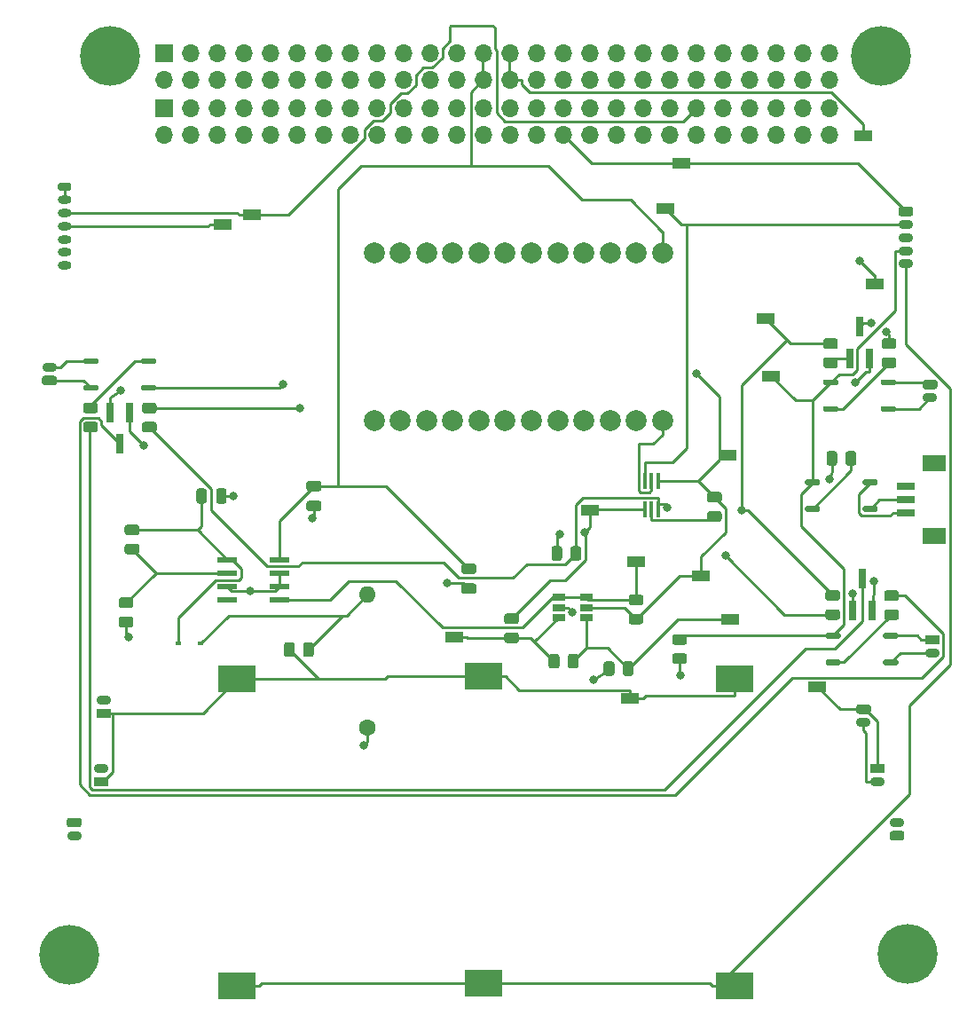
<source format=gbr>
%TF.GenerationSoftware,KiCad,Pcbnew,(5.1.12)-1*%
%TF.CreationDate,2022-07-05T07:26:00-06:00*%
%TF.ProjectId,RADSAT-SK Timer 2,52414453-4154-42d5-934b-2054696d6572,rev?*%
%TF.SameCoordinates,PX7735940PY2faf080*%
%TF.FileFunction,Copper,L1,Top*%
%TF.FilePolarity,Positive*%
%FSLAX46Y46*%
G04 Gerber Fmt 4.6, Leading zero omitted, Abs format (unit mm)*
G04 Created by KiCad (PCBNEW (5.1.12)-1) date 2022-07-05 07:26:00*
%MOMM*%
%LPD*%
G01*
G04 APERTURE LIST*
%TA.AperFunction,ComponentPad*%
%ADD10O,1.600000X1.600000*%
%TD*%
%TA.AperFunction,ComponentPad*%
%ADD11C,1.600000*%
%TD*%
%TA.AperFunction,ComponentPad*%
%ADD12C,2.000000*%
%TD*%
%TA.AperFunction,SMDPad,CuDef*%
%ADD13R,1.800000X1.000000*%
%TD*%
%TA.AperFunction,ComponentPad*%
%ADD14O,1.400000X0.900000*%
%TD*%
%TA.AperFunction,SMDPad,CuDef*%
%ADD15R,1.220000X0.650000*%
%TD*%
%TA.AperFunction,SMDPad,CuDef*%
%ADD16R,1.981200X0.533400*%
%TD*%
%TA.AperFunction,SMDPad,CuDef*%
%ADD17R,0.600000X0.450000*%
%TD*%
%TA.AperFunction,SMDPad,CuDef*%
%ADD18R,3.600000X2.600000*%
%TD*%
%TA.AperFunction,ComponentPad*%
%ADD19O,1.700000X1.700000*%
%TD*%
%TA.AperFunction,ComponentPad*%
%ADD20R,1.700000X1.700000*%
%TD*%
%TA.AperFunction,SMDPad,CuDef*%
%ADD21R,0.800000X1.900000*%
%TD*%
%TA.AperFunction,ConnectorPad*%
%ADD22C,5.700000*%
%TD*%
%TA.AperFunction,ComponentPad*%
%ADD23C,3.600000*%
%TD*%
%TA.AperFunction,SMDPad,CuDef*%
%ADD24R,0.400000X1.500000*%
%TD*%
%TA.AperFunction,ComponentPad*%
%ADD25O,1.300000X0.800000*%
%TD*%
%TA.AperFunction,ComponentPad*%
%ADD26R,1.400000X0.900000*%
%TD*%
%TA.AperFunction,SMDPad,CuDef*%
%ADD27R,1.800000X0.700000*%
%TD*%
%TA.AperFunction,SMDPad,CuDef*%
%ADD28R,2.200000X1.600000*%
%TD*%
%TA.AperFunction,ViaPad*%
%ADD29C,0.800000*%
%TD*%
%TA.AperFunction,Conductor*%
%ADD30C,0.250000*%
%TD*%
G04 APERTURE END LIST*
D10*
%TO.P,R111,2*%
%TO.N,Net-(D102-Pad1)*%
X-56680000Y-56490000D03*
D11*
%TO.P,R111,1*%
%TO.N,GND*%
X-56680000Y-69190000D03*
%TD*%
D12*
%TO.P,U102,18*%
%TO.N,N/C*%
X-41040000Y-39850000D03*
%TO.P,U102,17*%
X-38540000Y-39850000D03*
%TO.P,U102,16*%
X-36040000Y-39850000D03*
%TO.P,U102,24*%
%TO.N,GND*%
X-56040000Y-39850000D03*
%TO.P,U102,15*%
%TO.N,N/C*%
X-33540000Y-39850000D03*
%TO.P,U102,14*%
X-31040000Y-39850000D03*
%TO.P,U102,23*%
X-53540000Y-39850000D03*
%TO.P,U102,20*%
X-46040000Y-39850000D03*
%TO.P,U102,22*%
X-51040000Y-39850000D03*
%TO.P,U102,21*%
X-48540000Y-39850000D03*
%TO.P,U102,19*%
X-43540000Y-39850000D03*
%TO.P,U102,13*%
%TO.N,Inhib_EN*%
X-28540000Y-39850000D03*
%TO.P,U102,12*%
%TO.N,+5V*%
X-28540000Y-23850000D03*
%TO.P,U102,11*%
%TO.N,N/C*%
X-31040000Y-23850000D03*
%TO.P,U102,10*%
X-33540000Y-23850000D03*
%TO.P,U102,9*%
X-36040000Y-23850000D03*
%TO.P,U102,8*%
X-38540000Y-23850000D03*
%TO.P,U102,7*%
X-41040000Y-23850000D03*
%TO.P,U102,6*%
X-43540000Y-23850000D03*
%TO.P,U102,5*%
X-46040000Y-23850000D03*
%TO.P,U102,4*%
X-48540000Y-23850000D03*
%TO.P,U102,3*%
X-51040000Y-23850000D03*
%TO.P,U102,2*%
X-53540000Y-23850000D03*
%TO.P,U102,1*%
%TO.N,B*%
X-56040000Y-23850000D03*
%TD*%
D13*
%TO.P,TP116,1*%
%TO.N,/Inhib_in*%
X-18710000Y-30140000D03*
%TD*%
%TO.P,TP115,1*%
%TO.N,CHRG_ON-OFF*%
X-31050000Y-53330000D03*
%TD*%
%TO.P,TP114,1*%
%TO.N,Net-(R105-Pad1)*%
X-22050000Y-58790000D03*
%TD*%
%TO.P,TP113,1*%
%TO.N,A*%
X-31610000Y-66400000D03*
%TD*%
%TO.P,TP112,1*%
%TO.N,Net-(R102-Pad1)*%
X-48410000Y-60540000D03*
%TD*%
%TO.P,TP111,1*%
%TO.N,+5V*%
X-22290000Y-43180000D03*
%TD*%
%TO.P,TP110,1*%
%TO.N,I2C_CLK*%
X-70500000Y-21120000D03*
%TD*%
%TO.P,TP109,1*%
%TO.N,InhibV+*%
X-18140000Y-35590000D03*
%TD*%
%TO.P,TP108,1*%
%TO.N,I2C_DATA*%
X-67720000Y-20190000D03*
%TD*%
%TO.P,TP107,1*%
%TO.N,GND*%
X-8300000Y-26800000D03*
%TD*%
%TO.P,TP106,1*%
%TO.N,Net-(D204-Pad6)*%
X-28230000Y-19660000D03*
%TD*%
%TO.P,TP105,1*%
%TO.N,+3V3*%
X-9350000Y-12670000D03*
%TD*%
%TO.P,TP104,1*%
%TO.N,USB_Charge*%
X-26770000Y-15310000D03*
%TD*%
%TO.P,TP103,1*%
%TO.N,Net-(SW201-Pad1)*%
X-13770000Y-65230000D03*
%TD*%
%TO.P,TP102,1*%
%TO.N,+5V*%
X-24870000Y-54640000D03*
%TD*%
%TO.P,TP101,1*%
%TO.N,B*%
X-35490000Y-48450000D03*
%TD*%
D14*
%TO.P,J202,5*%
%TO.N,Net-(BT201-Pad2)*%
X-5310000Y-24920000D03*
%TO.P,J202,4*%
%TO.N,InhibV+*%
X-5310000Y-23670000D03*
%TO.P,J202,3*%
%TO.N,Net-(J202-Pad3)*%
X-5310000Y-22420000D03*
%TO.P,J202,2*%
%TO.N,Net-(D204-Pad6)*%
X-5310000Y-21170000D03*
%TO.P,J202,1*%
%TO.N,USB_Charge*%
%TA.AperFunction,ComponentPad*%
G36*
G01*
X-5785000Y-19470000D02*
X-4835000Y-19470000D01*
G75*
G02*
X-4610000Y-19695000I0J-225000D01*
G01*
X-4610000Y-20145000D01*
G75*
G02*
X-4835000Y-20370000I-225000J0D01*
G01*
X-5785000Y-20370000D01*
G75*
G02*
X-6010000Y-20145000I0J225000D01*
G01*
X-6010000Y-19695000D01*
G75*
G02*
X-5785000Y-19470000I225000J0D01*
G01*
G37*
%TD.AperFunction*%
%TD*%
D15*
%TO.P,U202,6*%
%TO.N,CHRG_ON-OFF*%
X-35810000Y-56740000D03*
%TO.P,U202,5*%
%TO.N,+5V*%
X-35810000Y-57690000D03*
%TO.P,U202,4*%
%TO.N,Net-(R105-Pad1)*%
X-35810000Y-58640000D03*
%TO.P,U202,3*%
%TO.N,Net-(R102-Pad1)*%
X-38430000Y-58640000D03*
%TO.P,U202,2*%
%TO.N,GND*%
X-38430000Y-57690000D03*
%TO.P,U202,1*%
%TO.N,CHRG_ON-OFF*%
X-38430000Y-56740000D03*
%TD*%
D16*
%TO.P,U101,8*%
%TO.N,+5V*%
X-65126200Y-53175000D03*
%TO.P,U101,7*%
%TO.N,GND*%
X-65126200Y-54445000D03*
%TO.P,U101,6*%
X-65126200Y-55715000D03*
%TO.P,U101,5*%
%TO.N,CHRG_ON-OFF*%
X-65126200Y-56985000D03*
%TO.P,U101,4*%
%TO.N,N/C*%
X-70053800Y-56985000D03*
%TO.P,U101,3*%
%TO.N,GND*%
X-70053800Y-55715000D03*
%TO.P,U101,2*%
%TO.N,Net-(R103-Pad2)*%
X-70053800Y-54445000D03*
%TO.P,U101,1*%
%TO.N,Net-(C103-Pad1)*%
X-70053800Y-53175000D03*
%TD*%
%TO.P,R110,2*%
%TO.N,+5V*%
%TA.AperFunction,SMDPad,CuDef*%
G36*
G01*
X-23119998Y-47690000D02*
X-24020002Y-47690000D01*
G75*
G02*
X-24270000Y-47440002I0J249998D01*
G01*
X-24270000Y-46914998D01*
G75*
G02*
X-24020002Y-46665000I249998J0D01*
G01*
X-23119998Y-46665000D01*
G75*
G02*
X-22870000Y-46914998I0J-249998D01*
G01*
X-22870000Y-47440002D01*
G75*
G02*
X-23119998Y-47690000I-249998J0D01*
G01*
G37*
%TD.AperFunction*%
%TO.P,R110,1*%
%TO.N,Net-(D204-Pad2)*%
%TA.AperFunction,SMDPad,CuDef*%
G36*
G01*
X-23119998Y-49515000D02*
X-24020002Y-49515000D01*
G75*
G02*
X-24270000Y-49265002I0J249998D01*
G01*
X-24270000Y-48739998D01*
G75*
G02*
X-24020002Y-48490000I249998J0D01*
G01*
X-23119998Y-48490000D01*
G75*
G02*
X-22870000Y-48739998I0J-249998D01*
G01*
X-22870000Y-49265002D01*
G75*
G02*
X-23119998Y-49515000I-249998J0D01*
G01*
G37*
%TD.AperFunction*%
%TD*%
%TO.P,R109,2*%
%TO.N,GND*%
%TA.AperFunction,SMDPad,CuDef*%
G36*
G01*
X-27350002Y-62058000D02*
X-26449998Y-62058000D01*
G75*
G02*
X-26200000Y-62307998I0J-249998D01*
G01*
X-26200000Y-62833002D01*
G75*
G02*
X-26449998Y-63083000I-249998J0D01*
G01*
X-27350002Y-63083000D01*
G75*
G02*
X-27600000Y-62833002I0J249998D01*
G01*
X-27600000Y-62307998D01*
G75*
G02*
X-27350002Y-62058000I249998J0D01*
G01*
G37*
%TD.AperFunction*%
%TO.P,R109,1*%
%TO.N,InhibV+*%
%TA.AperFunction,SMDPad,CuDef*%
G36*
G01*
X-27350002Y-60233000D02*
X-26449998Y-60233000D01*
G75*
G02*
X-26200000Y-60482998I0J-249998D01*
G01*
X-26200000Y-61008002D01*
G75*
G02*
X-26449998Y-61258000I-249998J0D01*
G01*
X-27350002Y-61258000D01*
G75*
G02*
X-27600000Y-61008002I0J249998D01*
G01*
X-27600000Y-60482998D01*
G75*
G02*
X-27350002Y-60233000I249998J0D01*
G01*
G37*
%TD.AperFunction*%
%TD*%
%TO.P,R108,2*%
%TO.N,Net-(R105-Pad1)*%
%TA.AperFunction,SMDPad,CuDef*%
G36*
G01*
X-32322500Y-63980002D02*
X-32322500Y-63079998D01*
G75*
G02*
X-32072502Y-62830000I249998J0D01*
G01*
X-31547498Y-62830000D01*
G75*
G02*
X-31297500Y-63079998I0J-249998D01*
G01*
X-31297500Y-63980002D01*
G75*
G02*
X-31547498Y-64230000I-249998J0D01*
G01*
X-32072502Y-64230000D01*
G75*
G02*
X-32322500Y-63980002I0J249998D01*
G01*
G37*
%TD.AperFunction*%
%TO.P,R108,1*%
%TO.N,GND*%
%TA.AperFunction,SMDPad,CuDef*%
G36*
G01*
X-34147500Y-63980002D02*
X-34147500Y-63079998D01*
G75*
G02*
X-33897502Y-62830000I249998J0D01*
G01*
X-33372498Y-62830000D01*
G75*
G02*
X-33122500Y-63079998I0J-249998D01*
G01*
X-33122500Y-63980002D01*
G75*
G02*
X-33372498Y-64230000I-249998J0D01*
G01*
X-33897502Y-64230000D01*
G75*
G02*
X-34147500Y-63980002I0J249998D01*
G01*
G37*
%TD.AperFunction*%
%TD*%
%TO.P,R107,2*%
%TO.N,Net-(D102-Pad1)*%
%TA.AperFunction,SMDPad,CuDef*%
G36*
G01*
X-62840000Y-62170002D02*
X-62840000Y-61269998D01*
G75*
G02*
X-62590002Y-61020000I249998J0D01*
G01*
X-62064998Y-61020000D01*
G75*
G02*
X-61815000Y-61269998I0J-249998D01*
G01*
X-61815000Y-62170002D01*
G75*
G02*
X-62064998Y-62420000I-249998J0D01*
G01*
X-62590002Y-62420000D01*
G75*
G02*
X-62840000Y-62170002I0J249998D01*
G01*
G37*
%TD.AperFunction*%
%TO.P,R107,1*%
%TO.N,A*%
%TA.AperFunction,SMDPad,CuDef*%
G36*
G01*
X-64665000Y-62170002D02*
X-64665000Y-61269998D01*
G75*
G02*
X-64415002Y-61020000I249998J0D01*
G01*
X-63889998Y-61020000D01*
G75*
G02*
X-63640000Y-61269998I0J-249998D01*
G01*
X-63640000Y-62170002D01*
G75*
G02*
X-63889998Y-62420000I-249998J0D01*
G01*
X-64415002Y-62420000D01*
G75*
G02*
X-64665000Y-62170002I0J249998D01*
G01*
G37*
%TD.AperFunction*%
%TD*%
%TO.P,R106,2*%
%TO.N,GND*%
%TA.AperFunction,SMDPad,CuDef*%
G36*
G01*
X-38110000Y-52089998D02*
X-38110000Y-52990002D01*
G75*
G02*
X-38359998Y-53240000I-249998J0D01*
G01*
X-38885002Y-53240000D01*
G75*
G02*
X-39135000Y-52990002I0J249998D01*
G01*
X-39135000Y-52089998D01*
G75*
G02*
X-38885002Y-51840000I249998J0D01*
G01*
X-38359998Y-51840000D01*
G75*
G02*
X-38110000Y-52089998I0J-249998D01*
G01*
G37*
%TD.AperFunction*%
%TO.P,R106,1*%
%TO.N,/Inhib_in*%
%TA.AperFunction,SMDPad,CuDef*%
G36*
G01*
X-36285000Y-52089998D02*
X-36285000Y-52990002D01*
G75*
G02*
X-36534998Y-53240000I-249998J0D01*
G01*
X-37060002Y-53240000D01*
G75*
G02*
X-37310000Y-52990002I0J249998D01*
G01*
X-37310000Y-52089998D01*
G75*
G02*
X-37060002Y-51840000I249998J0D01*
G01*
X-36534998Y-51840000D01*
G75*
G02*
X-36285000Y-52089998I0J-249998D01*
G01*
G37*
%TD.AperFunction*%
%TD*%
%TO.P,R105,2*%
%TO.N,Net-(R102-Pad1)*%
%TA.AperFunction,SMDPad,CuDef*%
G36*
G01*
X-38370000Y-62369998D02*
X-38370000Y-63270002D01*
G75*
G02*
X-38619998Y-63520000I-249998J0D01*
G01*
X-39145002Y-63520000D01*
G75*
G02*
X-39395000Y-63270002I0J249998D01*
G01*
X-39395000Y-62369998D01*
G75*
G02*
X-39145002Y-62120000I249998J0D01*
G01*
X-38619998Y-62120000D01*
G75*
G02*
X-38370000Y-62369998I0J-249998D01*
G01*
G37*
%TD.AperFunction*%
%TO.P,R105,1*%
%TO.N,Net-(R105-Pad1)*%
%TA.AperFunction,SMDPad,CuDef*%
G36*
G01*
X-36545000Y-62369998D02*
X-36545000Y-63270002D01*
G75*
G02*
X-36794998Y-63520000I-249998J0D01*
G01*
X-37320002Y-63520000D01*
G75*
G02*
X-37570000Y-63270002I0J249998D01*
G01*
X-37570000Y-62369998D01*
G75*
G02*
X-37320002Y-62120000I249998J0D01*
G01*
X-36794998Y-62120000D01*
G75*
G02*
X-36545000Y-62369998I0J-249998D01*
G01*
G37*
%TD.AperFunction*%
%TD*%
%TO.P,R104,2*%
%TO.N,GND*%
%TA.AperFunction,SMDPad,CuDef*%
G36*
G01*
X-80180002Y-58570000D02*
X-79279998Y-58570000D01*
G75*
G02*
X-79030000Y-58819998I0J-249998D01*
G01*
X-79030000Y-59345002D01*
G75*
G02*
X-79279998Y-59595000I-249998J0D01*
G01*
X-80180002Y-59595000D01*
G75*
G02*
X-80430000Y-59345002I0J249998D01*
G01*
X-80430000Y-58819998D01*
G75*
G02*
X-80180002Y-58570000I249998J0D01*
G01*
G37*
%TD.AperFunction*%
%TO.P,R104,1*%
%TO.N,Net-(R103-Pad2)*%
%TA.AperFunction,SMDPad,CuDef*%
G36*
G01*
X-80180002Y-56745000D02*
X-79279998Y-56745000D01*
G75*
G02*
X-79030000Y-56994998I0J-249998D01*
G01*
X-79030000Y-57520002D01*
G75*
G02*
X-79279998Y-57770000I-249998J0D01*
G01*
X-80180002Y-57770000D01*
G75*
G02*
X-80430000Y-57520002I0J249998D01*
G01*
X-80430000Y-56994998D01*
G75*
G02*
X-80180002Y-56745000I249998J0D01*
G01*
G37*
%TD.AperFunction*%
%TD*%
%TO.P,R103,2*%
%TO.N,Net-(R103-Pad2)*%
%TA.AperFunction,SMDPad,CuDef*%
G36*
G01*
X-79610002Y-51610000D02*
X-78709998Y-51610000D01*
G75*
G02*
X-78460000Y-51859998I0J-249998D01*
G01*
X-78460000Y-52385002D01*
G75*
G02*
X-78709998Y-52635000I-249998J0D01*
G01*
X-79610002Y-52635000D01*
G75*
G02*
X-79860000Y-52385002I0J249998D01*
G01*
X-79860000Y-51859998D01*
G75*
G02*
X-79610002Y-51610000I249998J0D01*
G01*
G37*
%TD.AperFunction*%
%TO.P,R103,1*%
%TO.N,Net-(C103-Pad1)*%
%TA.AperFunction,SMDPad,CuDef*%
G36*
G01*
X-79610002Y-49785000D02*
X-78709998Y-49785000D01*
G75*
G02*
X-78460000Y-50034998I0J-249998D01*
G01*
X-78460000Y-50560002D01*
G75*
G02*
X-78709998Y-50810000I-249998J0D01*
G01*
X-79610002Y-50810000D01*
G75*
G02*
X-79860000Y-50560002I0J249998D01*
G01*
X-79860000Y-50034998D01*
G75*
G02*
X-79610002Y-49785000I249998J0D01*
G01*
G37*
%TD.AperFunction*%
%TD*%
%TO.P,R102,2*%
%TO.N,B*%
%TA.AperFunction,SMDPad,CuDef*%
G36*
G01*
X-42479998Y-59278000D02*
X-43380002Y-59278000D01*
G75*
G02*
X-43630000Y-59028002I0J249998D01*
G01*
X-43630000Y-58502998D01*
G75*
G02*
X-43380002Y-58253000I249998J0D01*
G01*
X-42479998Y-58253000D01*
G75*
G02*
X-42230000Y-58502998I0J-249998D01*
G01*
X-42230000Y-59028002D01*
G75*
G02*
X-42479998Y-59278000I-249998J0D01*
G01*
G37*
%TD.AperFunction*%
%TO.P,R102,1*%
%TO.N,Net-(R102-Pad1)*%
%TA.AperFunction,SMDPad,CuDef*%
G36*
G01*
X-42479998Y-61103000D02*
X-43380002Y-61103000D01*
G75*
G02*
X-43630000Y-60853002I0J249998D01*
G01*
X-43630000Y-60327998D01*
G75*
G02*
X-43380002Y-60078000I249998J0D01*
G01*
X-42479998Y-60078000D01*
G75*
G02*
X-42230000Y-60327998I0J-249998D01*
G01*
X-42230000Y-60853002D01*
G75*
G02*
X-42479998Y-61103000I-249998J0D01*
G01*
G37*
%TD.AperFunction*%
%TD*%
%TO.P,R101,2*%
%TO.N,CHRG_ON-OFF*%
%TA.AperFunction,SMDPad,CuDef*%
G36*
G01*
X-30609998Y-57480000D02*
X-31510002Y-57480000D01*
G75*
G02*
X-31760000Y-57230002I0J249998D01*
G01*
X-31760000Y-56704998D01*
G75*
G02*
X-31510002Y-56455000I249998J0D01*
G01*
X-30609998Y-56455000D01*
G75*
G02*
X-30360000Y-56704998I0J-249998D01*
G01*
X-30360000Y-57230002D01*
G75*
G02*
X-30609998Y-57480000I-249998J0D01*
G01*
G37*
%TD.AperFunction*%
%TO.P,R101,1*%
%TO.N,+5V*%
%TA.AperFunction,SMDPad,CuDef*%
G36*
G01*
X-30609998Y-59305000D02*
X-31510002Y-59305000D01*
G75*
G02*
X-31760000Y-59055002I0J249998D01*
G01*
X-31760000Y-58529998D01*
G75*
G02*
X-31510002Y-58280000I249998J0D01*
G01*
X-30609998Y-58280000D01*
G75*
G02*
X-30360000Y-58529998I0J-249998D01*
G01*
X-30360000Y-59055002D01*
G75*
G02*
X-30609998Y-59305000I-249998J0D01*
G01*
G37*
%TD.AperFunction*%
%TD*%
D17*
%TO.P,D102,2*%
%TO.N,Net-(C103-Pad1)*%
X-74700000Y-61150000D03*
%TO.P,D102,1*%
%TO.N,Net-(D102-Pad1)*%
X-72600000Y-61150000D03*
%TD*%
%TO.P,C103,2*%
%TO.N,GND*%
%TA.AperFunction,SMDPad,CuDef*%
G36*
G01*
X-71130000Y-47535000D02*
X-71130000Y-46585000D01*
G75*
G02*
X-70880000Y-46335000I250000J0D01*
G01*
X-70380000Y-46335000D01*
G75*
G02*
X-70130000Y-46585000I0J-250000D01*
G01*
X-70130000Y-47535000D01*
G75*
G02*
X-70380000Y-47785000I-250000J0D01*
G01*
X-70880000Y-47785000D01*
G75*
G02*
X-71130000Y-47535000I0J250000D01*
G01*
G37*
%TD.AperFunction*%
%TO.P,C103,1*%
%TO.N,Net-(C103-Pad1)*%
%TA.AperFunction,SMDPad,CuDef*%
G36*
G01*
X-73030000Y-47535000D02*
X-73030000Y-46585000D01*
G75*
G02*
X-72780000Y-46335000I250000J0D01*
G01*
X-72280000Y-46335000D01*
G75*
G02*
X-72030000Y-46585000I0J-250000D01*
G01*
X-72030000Y-47535000D01*
G75*
G02*
X-72280000Y-47785000I-250000J0D01*
G01*
X-72780000Y-47785000D01*
G75*
G02*
X-73030000Y-47535000I0J250000D01*
G01*
G37*
%TD.AperFunction*%
%TD*%
%TO.P,C102,2*%
%TO.N,GND*%
%TA.AperFunction,SMDPad,CuDef*%
G36*
G01*
X-62265000Y-47510000D02*
X-61315000Y-47510000D01*
G75*
G02*
X-61065000Y-47760000I0J-250000D01*
G01*
X-61065000Y-48260000D01*
G75*
G02*
X-61315000Y-48510000I-250000J0D01*
G01*
X-62265000Y-48510000D01*
G75*
G02*
X-62515000Y-48260000I0J250000D01*
G01*
X-62515000Y-47760000D01*
G75*
G02*
X-62265000Y-47510000I250000J0D01*
G01*
G37*
%TD.AperFunction*%
%TO.P,C102,1*%
%TO.N,+5V*%
%TA.AperFunction,SMDPad,CuDef*%
G36*
G01*
X-62265000Y-45610000D02*
X-61315000Y-45610000D01*
G75*
G02*
X-61065000Y-45860000I0J-250000D01*
G01*
X-61065000Y-46360000D01*
G75*
G02*
X-61315000Y-46610000I-250000J0D01*
G01*
X-62265000Y-46610000D01*
G75*
G02*
X-62515000Y-46360000I0J250000D01*
G01*
X-62515000Y-45860000D01*
G75*
G02*
X-62265000Y-45610000I250000J0D01*
G01*
G37*
%TD.AperFunction*%
%TD*%
%TO.P,C101,2*%
%TO.N,GND*%
%TA.AperFunction,SMDPad,CuDef*%
G36*
G01*
X-47485000Y-55400000D02*
X-46535000Y-55400000D01*
G75*
G02*
X-46285000Y-55650000I0J-250000D01*
G01*
X-46285000Y-56150000D01*
G75*
G02*
X-46535000Y-56400000I-250000J0D01*
G01*
X-47485000Y-56400000D01*
G75*
G02*
X-47735000Y-56150000I0J250000D01*
G01*
X-47735000Y-55650000D01*
G75*
G02*
X-47485000Y-55400000I250000J0D01*
G01*
G37*
%TD.AperFunction*%
%TO.P,C101,1*%
%TO.N,+5V*%
%TA.AperFunction,SMDPad,CuDef*%
G36*
G01*
X-47485000Y-53500000D02*
X-46535000Y-53500000D01*
G75*
G02*
X-46285000Y-53750000I0J-250000D01*
G01*
X-46285000Y-54250000D01*
G75*
G02*
X-46535000Y-54500000I-250000J0D01*
G01*
X-47485000Y-54500000D01*
G75*
G02*
X-47735000Y-54250000I0J250000D01*
G01*
X-47735000Y-53750000D01*
G75*
G02*
X-47485000Y-53500000I250000J0D01*
G01*
G37*
%TD.AperFunction*%
%TD*%
D18*
%TO.P,BT203,1*%
%TO.N,A*%
X-21630000Y-64510000D03*
%TO.P,BT203,2*%
%TO.N,Net-(BT201-Pad2)*%
X-21630000Y-93810000D03*
%TD*%
D19*
%TO.P,J207,52*%
%TO.N,N/C*%
X-12620000Y-7350000D03*
%TO.P,J207,51*%
X-12620000Y-4810000D03*
%TO.P,J207,50*%
X-15160000Y-7350000D03*
%TO.P,J207,49*%
X-15160000Y-4810000D03*
%TO.P,J207,48*%
X-17700000Y-7350000D03*
%TO.P,J207,47*%
X-17700000Y-4810000D03*
%TO.P,J207,46*%
X-20240000Y-7350000D03*
%TO.P,J207,45*%
X-20240000Y-4810000D03*
%TO.P,J207,44*%
X-22780000Y-7350000D03*
%TO.P,J207,43*%
X-22780000Y-4810000D03*
%TO.P,J207,42*%
X-25320000Y-7350000D03*
%TO.P,J207,41*%
X-25320000Y-4810000D03*
%TO.P,J207,40*%
X-27860000Y-7350000D03*
%TO.P,J207,39*%
X-27860000Y-4810000D03*
%TO.P,J207,38*%
X-30400000Y-7350000D03*
%TO.P,J207,37*%
X-30400000Y-4810000D03*
%TO.P,J207,36*%
X-32940000Y-7350000D03*
%TO.P,J207,35*%
X-32940000Y-4810000D03*
%TO.P,J207,34*%
X-35480000Y-7350000D03*
%TO.P,J207,33*%
X-35480000Y-4810000D03*
%TO.P,J207,32*%
%TO.N,GND*%
X-38020000Y-7350000D03*
%TO.P,J207,31*%
%TO.N,N/C*%
X-38020000Y-4810000D03*
%TO.P,J207,30*%
%TO.N,GND*%
X-40560000Y-7350000D03*
%TO.P,J207,29*%
X-40560000Y-4810000D03*
%TO.P,J207,28*%
%TO.N,+3V3*%
X-43100000Y-7350000D03*
%TO.P,J207,27*%
X-43100000Y-4810000D03*
%TO.P,J207,26*%
%TO.N,+5V*%
X-45640000Y-7350000D03*
%TO.P,J207,25*%
X-45640000Y-4810000D03*
%TO.P,J207,24*%
%TO.N,N/C*%
X-48180000Y-7350000D03*
%TO.P,J207,23*%
X-48180000Y-4810000D03*
%TO.P,J207,22*%
X-50720000Y-7350000D03*
%TO.P,J207,21*%
X-50720000Y-4810000D03*
%TO.P,J207,20*%
X-53260000Y-7350000D03*
%TO.P,J207,19*%
X-53260000Y-4810000D03*
%TO.P,J207,18*%
X-55800000Y-7350000D03*
%TO.P,J207,17*%
X-55800000Y-4810000D03*
%TO.P,J207,16*%
X-58340000Y-7350000D03*
%TO.P,J207,15*%
X-58340000Y-4810000D03*
%TO.P,J207,14*%
X-60880000Y-7350000D03*
%TO.P,J207,13*%
X-60880000Y-4810000D03*
%TO.P,J207,12*%
X-63420000Y-7350000D03*
%TO.P,J207,11*%
X-63420000Y-4810000D03*
%TO.P,J207,10*%
X-65960000Y-7350000D03*
%TO.P,J207,9*%
X-65960000Y-4810000D03*
%TO.P,J207,8*%
X-68500000Y-7350000D03*
%TO.P,J207,7*%
X-68500000Y-4810000D03*
%TO.P,J207,6*%
X-71040000Y-7350000D03*
%TO.P,J207,5*%
X-71040000Y-4810000D03*
%TO.P,J207,4*%
X-73580000Y-7350000D03*
%TO.P,J207,3*%
X-73580000Y-4810000D03*
%TO.P,J207,2*%
X-76120000Y-7350000D03*
D20*
%TO.P,J207,1*%
X-76120000Y-4810000D03*
%TD*%
%TO.P,R215,2*%
%TO.N,Net-(Q204-Pad1)*%
%TA.AperFunction,SMDPad,CuDef*%
G36*
G01*
X-77060798Y-39182100D02*
X-77960802Y-39182100D01*
G75*
G02*
X-78210800Y-38932102I0J249998D01*
G01*
X-78210800Y-38407098D01*
G75*
G02*
X-77960802Y-38157100I249998J0D01*
G01*
X-77060798Y-38157100D01*
G75*
G02*
X-76810800Y-38407098I0J-249998D01*
G01*
X-76810800Y-38932102D01*
G75*
G02*
X-77060798Y-39182100I-249998J0D01*
G01*
G37*
%TD.AperFunction*%
%TO.P,R215,1*%
%TO.N,/Inhib_in*%
%TA.AperFunction,SMDPad,CuDef*%
G36*
G01*
X-77060798Y-41007100D02*
X-77960802Y-41007100D01*
G75*
G02*
X-78210800Y-40757102I0J249998D01*
G01*
X-78210800Y-40232098D01*
G75*
G02*
X-77960802Y-39982100I249998J0D01*
G01*
X-77060798Y-39982100D01*
G75*
G02*
X-76810800Y-40232098I0J-249998D01*
G01*
X-76810800Y-40757102D01*
G75*
G02*
X-77060798Y-41007100I-249998J0D01*
G01*
G37*
%TD.AperFunction*%
%TD*%
D21*
%TO.P,Q206,3*%
%TO.N,Net-(Q206-Pad3)*%
X-80322600Y-42077800D03*
%TO.P,Q206,2*%
%TO.N,GND*%
X-81272600Y-39077800D03*
%TO.P,Q206,1*%
%TO.N,Net-(Q206-Pad1)*%
X-79372600Y-39077800D03*
%TD*%
%TO.P,Q204,3*%
%TO.N,Net-(Q204-Pad3)*%
X-9479000Y-54966000D03*
%TO.P,Q204,2*%
%TO.N,GND*%
X-8529000Y-57966000D03*
%TO.P,Q204,1*%
%TO.N,Net-(Q204-Pad1)*%
X-10429000Y-57966000D03*
%TD*%
%TO.P,R210,2*%
%TO.N,GND*%
%TA.AperFunction,SMDPad,CuDef*%
G36*
G01*
X-11862000Y-43021998D02*
X-11862000Y-43922002D01*
G75*
G02*
X-12111998Y-44172000I-249998J0D01*
G01*
X-12637002Y-44172000D01*
G75*
G02*
X-12887000Y-43922002I0J249998D01*
G01*
X-12887000Y-43021998D01*
G75*
G02*
X-12637002Y-42772000I249998J0D01*
G01*
X-12111998Y-42772000D01*
G75*
G02*
X-11862000Y-43021998I0J-249998D01*
G01*
G37*
%TD.AperFunction*%
%TO.P,R210,1*%
%TO.N,Net-(R210-Pad1)*%
%TA.AperFunction,SMDPad,CuDef*%
G36*
G01*
X-10037000Y-43021998D02*
X-10037000Y-43922002D01*
G75*
G02*
X-10286998Y-44172000I-249998J0D01*
G01*
X-10812002Y-44172000D01*
G75*
G02*
X-11062000Y-43922002I0J249998D01*
G01*
X-11062000Y-43021998D01*
G75*
G02*
X-10812002Y-42772000I249998J0D01*
G01*
X-10286998Y-42772000D01*
G75*
G02*
X-10037000Y-43021998I0J-249998D01*
G01*
G37*
%TD.AperFunction*%
%TD*%
D19*
%TO.P,J208,52*%
%TO.N,N/C*%
X-12620000Y-12620000D03*
%TO.P,J208,51*%
X-12620000Y-10080000D03*
%TO.P,J208,50*%
X-15160000Y-12620000D03*
%TO.P,J208,49*%
X-15160000Y-10080000D03*
%TO.P,J208,48*%
X-17700000Y-12620000D03*
%TO.P,J208,47*%
X-17700000Y-10080000D03*
%TO.P,J208,46*%
X-20240000Y-12620000D03*
%TO.P,J208,45*%
X-20240000Y-10080000D03*
%TO.P,J208,44*%
X-22780000Y-12620000D03*
%TO.P,J208,43*%
%TO.N,I2C_CLK*%
X-22780000Y-10080000D03*
%TO.P,J208,42*%
%TO.N,N/C*%
X-25320000Y-12620000D03*
%TO.P,J208,41*%
%TO.N,I2C_DATA*%
X-25320000Y-10080000D03*
%TO.P,J208,40*%
%TO.N,N/C*%
X-27860000Y-12620000D03*
%TO.P,J208,39*%
X-27860000Y-10080000D03*
%TO.P,J208,38*%
X-30400000Y-12620000D03*
%TO.P,J208,37*%
X-30400000Y-10080000D03*
%TO.P,J208,36*%
X-32940000Y-12620000D03*
%TO.P,J208,35*%
X-32940000Y-10080000D03*
%TO.P,J208,34*%
X-35480000Y-12620000D03*
%TO.P,J208,33*%
X-35480000Y-10080000D03*
%TO.P,J208,32*%
%TO.N,USB_Charge*%
X-38020000Y-12620000D03*
%TO.P,J208,31*%
%TO.N,N/C*%
X-38020000Y-10080000D03*
%TO.P,J208,30*%
X-40560000Y-12620000D03*
%TO.P,J208,29*%
X-40560000Y-10080000D03*
%TO.P,J208,28*%
X-43100000Y-12620000D03*
%TO.P,J208,27*%
X-43100000Y-10080000D03*
%TO.P,J208,26*%
X-45640000Y-12620000D03*
%TO.P,J208,25*%
X-45640000Y-10080000D03*
%TO.P,J208,24*%
X-48180000Y-12620000D03*
%TO.P,J208,23*%
X-48180000Y-10080000D03*
%TO.P,J208,22*%
X-50720000Y-12620000D03*
%TO.P,J208,21*%
X-50720000Y-10080000D03*
%TO.P,J208,20*%
X-53260000Y-12620000D03*
%TO.P,J208,19*%
X-53260000Y-10080000D03*
%TO.P,J208,18*%
X-55800000Y-12620000D03*
%TO.P,J208,17*%
X-55800000Y-10080000D03*
%TO.P,J208,16*%
X-58340000Y-12620000D03*
%TO.P,J208,15*%
X-58340000Y-10080000D03*
%TO.P,J208,14*%
X-60880000Y-12620000D03*
%TO.P,J208,13*%
X-60880000Y-10080000D03*
%TO.P,J208,12*%
X-63420000Y-12620000D03*
%TO.P,J208,11*%
X-63420000Y-10080000D03*
%TO.P,J208,10*%
X-65960000Y-12620000D03*
%TO.P,J208,9*%
X-65960000Y-10080000D03*
%TO.P,J208,8*%
X-68500000Y-12620000D03*
%TO.P,J208,7*%
X-68500000Y-10080000D03*
%TO.P,J208,6*%
X-71040000Y-12620000D03*
%TO.P,J208,5*%
X-71040000Y-10080000D03*
%TO.P,J208,4*%
X-73580000Y-12620000D03*
%TO.P,J208,3*%
X-73580000Y-10080000D03*
%TO.P,J208,2*%
X-76120000Y-12620000D03*
D20*
%TO.P,J208,1*%
X-76120000Y-10080000D03*
%TD*%
D22*
%TO.P,H102,1*%
%TO.N,N/C*%
X-7650000Y-5070000D03*
D23*
X-7650000Y-5070000D03*
%TD*%
D24*
%TO.P,D204,6*%
%TO.N,Net-(D204-Pad6)*%
X-30230000Y-45630000D03*
%TO.P,D204,5*%
%TO.N,Inhib_EN*%
X-29580000Y-45630000D03*
%TO.P,D204,4*%
%TO.N,+5V*%
X-28930000Y-45630000D03*
%TO.P,D204,3*%
%TO.N,/Inhib_in*%
X-28930000Y-48290000D03*
%TO.P,D204,2*%
%TO.N,Net-(D204-Pad2)*%
X-29580000Y-48290000D03*
%TO.P,D204,1*%
%TO.N,B*%
X-30230000Y-48290000D03*
%TD*%
%TO.P,R211,2*%
%TO.N,Net-(Q206-Pad1)*%
%TA.AperFunction,SMDPad,CuDef*%
G36*
G01*
X-12740002Y-57864000D02*
X-11839998Y-57864000D01*
G75*
G02*
X-11590000Y-58113998I0J-249998D01*
G01*
X-11590000Y-58639002D01*
G75*
G02*
X-11839998Y-58889000I-249998J0D01*
G01*
X-12740002Y-58889000D01*
G75*
G02*
X-12990000Y-58639002I0J249998D01*
G01*
X-12990000Y-58113998D01*
G75*
G02*
X-12740002Y-57864000I249998J0D01*
G01*
G37*
%TD.AperFunction*%
%TO.P,R211,1*%
%TO.N,/Inhib_in*%
%TA.AperFunction,SMDPad,CuDef*%
G36*
G01*
X-12740002Y-56039000D02*
X-11839998Y-56039000D01*
G75*
G02*
X-11590000Y-56288998I0J-249998D01*
G01*
X-11590000Y-56814002D01*
G75*
G02*
X-11839998Y-57064000I-249998J0D01*
G01*
X-12740002Y-57064000D01*
G75*
G02*
X-12990000Y-56814002I0J249998D01*
G01*
X-12990000Y-56288998D01*
G75*
G02*
X-12740002Y-56039000I249998J0D01*
G01*
G37*
%TD.AperFunction*%
%TD*%
%TO.P,R214,2*%
%TO.N,Net-(Q205-Pad3)*%
%TA.AperFunction,SMDPad,CuDef*%
G36*
G01*
X-6456998Y-33028200D02*
X-7357002Y-33028200D01*
G75*
G02*
X-7607000Y-32778202I0J249998D01*
G01*
X-7607000Y-32253198D01*
G75*
G02*
X-7357002Y-32003200I249998J0D01*
G01*
X-6456998Y-32003200D01*
G75*
G02*
X-6207000Y-32253198I0J-249998D01*
G01*
X-6207000Y-32778202D01*
G75*
G02*
X-6456998Y-33028200I-249998J0D01*
G01*
G37*
%TD.AperFunction*%
%TO.P,R214,1*%
%TO.N,Net-(R214-Pad1)*%
%TA.AperFunction,SMDPad,CuDef*%
G36*
G01*
X-6456998Y-34853200D02*
X-7357002Y-34853200D01*
G75*
G02*
X-7607000Y-34603202I0J249998D01*
G01*
X-7607000Y-34078198D01*
G75*
G02*
X-7357002Y-33828200I249998J0D01*
G01*
X-6456998Y-33828200D01*
G75*
G02*
X-6207000Y-34078198I0J-249998D01*
G01*
X-6207000Y-34603202D01*
G75*
G02*
X-6456998Y-34853200I-249998J0D01*
G01*
G37*
%TD.AperFunction*%
%TD*%
%TO.P,U260,4*%
%TO.N,Net-(J206-Pad1)*%
%TA.AperFunction,SMDPad,CuDef*%
G36*
G01*
X-82350100Y-36610000D02*
X-82350100Y-36885000D01*
G75*
G02*
X-82487600Y-37022500I-137500J0D01*
G01*
X-83662600Y-37022500D01*
G75*
G02*
X-83800100Y-36885000I0J137500D01*
G01*
X-83800100Y-36610000D01*
G75*
G02*
X-83662600Y-36472500I137500J0D01*
G01*
X-82487600Y-36472500D01*
G75*
G02*
X-82350100Y-36610000I0J-137500D01*
G01*
G37*
%TD.AperFunction*%
%TO.P,U260,3*%
%TO.N,Net-(J206-Pad2)*%
%TA.AperFunction,SMDPad,CuDef*%
G36*
G01*
X-82350100Y-34070000D02*
X-82350100Y-34345000D01*
G75*
G02*
X-82487600Y-34482500I-137500J0D01*
G01*
X-83662600Y-34482500D01*
G75*
G02*
X-83800100Y-34345000I0J137500D01*
G01*
X-83800100Y-34070000D01*
G75*
G02*
X-83662600Y-33932500I137500J0D01*
G01*
X-82487600Y-33932500D01*
G75*
G02*
X-82350100Y-34070000I0J-137500D01*
G01*
G37*
%TD.AperFunction*%
%TO.P,U260,2*%
%TO.N,Net-(R216-Pad1)*%
%TA.AperFunction,SMDPad,CuDef*%
G36*
G01*
X-76850100Y-34070000D02*
X-76850100Y-34345000D01*
G75*
G02*
X-76987600Y-34482500I-137500J0D01*
G01*
X-78162600Y-34482500D01*
G75*
G02*
X-78300100Y-34345000I0J137500D01*
G01*
X-78300100Y-34070000D01*
G75*
G02*
X-78162600Y-33932500I137500J0D01*
G01*
X-76987600Y-33932500D01*
G75*
G02*
X-76850100Y-34070000I0J-137500D01*
G01*
G37*
%TD.AperFunction*%
%TO.P,U260,1*%
%TO.N,InhibV+*%
%TA.AperFunction,SMDPad,CuDef*%
G36*
G01*
X-76850100Y-36610000D02*
X-76850100Y-36885000D01*
G75*
G02*
X-76987600Y-37022500I-137500J0D01*
G01*
X-78162600Y-37022500D01*
G75*
G02*
X-78300100Y-36885000I0J137500D01*
G01*
X-78300100Y-36610000D01*
G75*
G02*
X-78162600Y-36472500I137500J0D01*
G01*
X-76987600Y-36472500D01*
G75*
G02*
X-76850100Y-36610000I0J-137500D01*
G01*
G37*
%TD.AperFunction*%
%TD*%
%TO.P,U240,4*%
%TO.N,Net-(J204-Pad1)*%
%TA.AperFunction,SMDPad,CuDef*%
G36*
G01*
X-7471000Y-60519500D02*
X-7471000Y-60244500D01*
G75*
G02*
X-7333500Y-60107000I137500J0D01*
G01*
X-6158500Y-60107000D01*
G75*
G02*
X-6021000Y-60244500I0J-137500D01*
G01*
X-6021000Y-60519500D01*
G75*
G02*
X-6158500Y-60657000I-137500J0D01*
G01*
X-7333500Y-60657000D01*
G75*
G02*
X-7471000Y-60519500I0J137500D01*
G01*
G37*
%TD.AperFunction*%
%TO.P,U240,3*%
%TO.N,Net-(J204-Pad2)*%
%TA.AperFunction,SMDPad,CuDef*%
G36*
G01*
X-7471000Y-63059500D02*
X-7471000Y-62784500D01*
G75*
G02*
X-7333500Y-62647000I137500J0D01*
G01*
X-6158500Y-62647000D01*
G75*
G02*
X-6021000Y-62784500I0J-137500D01*
G01*
X-6021000Y-63059500D01*
G75*
G02*
X-6158500Y-63197000I-137500J0D01*
G01*
X-7333500Y-63197000D01*
G75*
G02*
X-7471000Y-63059500I0J137500D01*
G01*
G37*
%TD.AperFunction*%
%TO.P,U240,2*%
%TO.N,Net-(R212-Pad1)*%
%TA.AperFunction,SMDPad,CuDef*%
G36*
G01*
X-12971000Y-63059500D02*
X-12971000Y-62784500D01*
G75*
G02*
X-12833500Y-62647000I137500J0D01*
G01*
X-11658500Y-62647000D01*
G75*
G02*
X-11521000Y-62784500I0J-137500D01*
G01*
X-11521000Y-63059500D01*
G75*
G02*
X-11658500Y-63197000I-137500J0D01*
G01*
X-12833500Y-63197000D01*
G75*
G02*
X-12971000Y-63059500I0J137500D01*
G01*
G37*
%TD.AperFunction*%
%TO.P,U240,1*%
%TO.N,InhibV+*%
%TA.AperFunction,SMDPad,CuDef*%
G36*
G01*
X-12971000Y-60519500D02*
X-12971000Y-60244500D01*
G75*
G02*
X-12833500Y-60107000I137500J0D01*
G01*
X-11658500Y-60107000D01*
G75*
G02*
X-11521000Y-60244500I0J-137500D01*
G01*
X-11521000Y-60519500D01*
G75*
G02*
X-11658500Y-60657000I-137500J0D01*
G01*
X-12833500Y-60657000D01*
G75*
G02*
X-12971000Y-60519500I0J137500D01*
G01*
G37*
%TD.AperFunction*%
%TD*%
%TO.P,R213,2*%
%TO.N,Net-(Q205-Pad1)*%
%TA.AperFunction,SMDPad,CuDef*%
G36*
G01*
X-12938002Y-33838300D02*
X-12037998Y-33838300D01*
G75*
G02*
X-11788000Y-34088298I0J-249998D01*
G01*
X-11788000Y-34613302D01*
G75*
G02*
X-12037998Y-34863300I-249998J0D01*
G01*
X-12938002Y-34863300D01*
G75*
G02*
X-13188000Y-34613302I0J249998D01*
G01*
X-13188000Y-34088298D01*
G75*
G02*
X-12938002Y-33838300I249998J0D01*
G01*
G37*
%TD.AperFunction*%
%TO.P,R213,1*%
%TO.N,/Inhib_in*%
%TA.AperFunction,SMDPad,CuDef*%
G36*
G01*
X-12938002Y-32013300D02*
X-12037998Y-32013300D01*
G75*
G02*
X-11788000Y-32263298I0J-249998D01*
G01*
X-11788000Y-32788302D01*
G75*
G02*
X-12037998Y-33038300I-249998J0D01*
G01*
X-12938002Y-33038300D01*
G75*
G02*
X-13188000Y-32788302I0J249998D01*
G01*
X-13188000Y-32263298D01*
G75*
G02*
X-12938002Y-32013300I249998J0D01*
G01*
G37*
%TD.AperFunction*%
%TD*%
%TO.P,R216,2*%
%TO.N,Net-(Q204-Pad3)*%
%TA.AperFunction,SMDPad,CuDef*%
G36*
G01*
X-83564002Y-39969400D02*
X-82663998Y-39969400D01*
G75*
G02*
X-82414000Y-40219398I0J-249998D01*
G01*
X-82414000Y-40744402D01*
G75*
G02*
X-82663998Y-40994400I-249998J0D01*
G01*
X-83564002Y-40994400D01*
G75*
G02*
X-83814000Y-40744402I0J249998D01*
G01*
X-83814000Y-40219398D01*
G75*
G02*
X-83564002Y-39969400I249998J0D01*
G01*
G37*
%TD.AperFunction*%
%TO.P,R216,1*%
%TO.N,Net-(R216-Pad1)*%
%TA.AperFunction,SMDPad,CuDef*%
G36*
G01*
X-83564002Y-38144400D02*
X-82663998Y-38144400D01*
G75*
G02*
X-82414000Y-38394398I0J-249998D01*
G01*
X-82414000Y-38919402D01*
G75*
G02*
X-82663998Y-39169400I-249998J0D01*
G01*
X-83564002Y-39169400D01*
G75*
G02*
X-83814000Y-38919402I0J249998D01*
G01*
X-83814000Y-38394398D01*
G75*
G02*
X-83564002Y-38144400I249998J0D01*
G01*
G37*
%TD.AperFunction*%
%TD*%
%TO.P,U250,4*%
%TO.N,Net-(J205-Pad1)*%
%TA.AperFunction,SMDPad,CuDef*%
G36*
G01*
X-7712000Y-36354600D02*
X-7712000Y-36079600D01*
G75*
G02*
X-7574500Y-35942100I137500J0D01*
G01*
X-6399500Y-35942100D01*
G75*
G02*
X-6262000Y-36079600I0J-137500D01*
G01*
X-6262000Y-36354600D01*
G75*
G02*
X-6399500Y-36492100I-137500J0D01*
G01*
X-7574500Y-36492100D01*
G75*
G02*
X-7712000Y-36354600I0J137500D01*
G01*
G37*
%TD.AperFunction*%
%TO.P,U250,3*%
%TO.N,Net-(J205-Pad2)*%
%TA.AperFunction,SMDPad,CuDef*%
G36*
G01*
X-7712000Y-38894600D02*
X-7712000Y-38619600D01*
G75*
G02*
X-7574500Y-38482100I137500J0D01*
G01*
X-6399500Y-38482100D01*
G75*
G02*
X-6262000Y-38619600I0J-137500D01*
G01*
X-6262000Y-38894600D01*
G75*
G02*
X-6399500Y-39032100I-137500J0D01*
G01*
X-7574500Y-39032100D01*
G75*
G02*
X-7712000Y-38894600I0J137500D01*
G01*
G37*
%TD.AperFunction*%
%TO.P,U250,2*%
%TO.N,Net-(R214-Pad1)*%
%TA.AperFunction,SMDPad,CuDef*%
G36*
G01*
X-13212000Y-38894600D02*
X-13212000Y-38619600D01*
G75*
G02*
X-13074500Y-38482100I137500J0D01*
G01*
X-11899500Y-38482100D01*
G75*
G02*
X-11762000Y-38619600I0J-137500D01*
G01*
X-11762000Y-38894600D01*
G75*
G02*
X-11899500Y-39032100I-137500J0D01*
G01*
X-13074500Y-39032100D01*
G75*
G02*
X-13212000Y-38894600I0J137500D01*
G01*
G37*
%TD.AperFunction*%
%TO.P,U250,1*%
%TO.N,InhibV+*%
%TA.AperFunction,SMDPad,CuDef*%
G36*
G01*
X-13212000Y-36354600D02*
X-13212000Y-36079600D01*
G75*
G02*
X-13074500Y-35942100I137500J0D01*
G01*
X-11899500Y-35942100D01*
G75*
G02*
X-11762000Y-36079600I0J-137500D01*
G01*
X-11762000Y-36354600D01*
G75*
G02*
X-11899500Y-36492100I-137500J0D01*
G01*
X-13074500Y-36492100D01*
G75*
G02*
X-13212000Y-36354600I0J137500D01*
G01*
G37*
%TD.AperFunction*%
%TD*%
%TO.P,R212,2*%
%TO.N,Net-(Q206-Pad3)*%
%TA.AperFunction,SMDPad,CuDef*%
G36*
G01*
X-6223998Y-57084000D02*
X-7124002Y-57084000D01*
G75*
G02*
X-7374000Y-56834002I0J249998D01*
G01*
X-7374000Y-56308998D01*
G75*
G02*
X-7124002Y-56059000I249998J0D01*
G01*
X-6223998Y-56059000D01*
G75*
G02*
X-5974000Y-56308998I0J-249998D01*
G01*
X-5974000Y-56834002D01*
G75*
G02*
X-6223998Y-57084000I-249998J0D01*
G01*
G37*
%TD.AperFunction*%
%TO.P,R212,1*%
%TO.N,Net-(R212-Pad1)*%
%TA.AperFunction,SMDPad,CuDef*%
G36*
G01*
X-6223998Y-58909000D02*
X-7124002Y-58909000D01*
G75*
G02*
X-7374000Y-58659002I0J249998D01*
G01*
X-7374000Y-58133998D01*
G75*
G02*
X-7124002Y-57884000I249998J0D01*
G01*
X-6223998Y-57884000D01*
G75*
G02*
X-5974000Y-58133998I0J-249998D01*
G01*
X-5974000Y-58659002D01*
G75*
G02*
X-6223998Y-58909000I-249998J0D01*
G01*
G37*
%TD.AperFunction*%
%TD*%
D21*
%TO.P,Q205,3*%
%TO.N,Net-(Q205-Pad3)*%
X-9704000Y-30917200D03*
%TO.P,Q205,2*%
%TO.N,GND*%
X-8754000Y-33917200D03*
%TO.P,Q205,1*%
%TO.N,Net-(Q205-Pad1)*%
X-10654000Y-33917200D03*
%TD*%
%TO.P,U230,4*%
%TO.N,Net-(J203-Pad1)*%
%TA.AperFunction,SMDPad,CuDef*%
G36*
G01*
X-9437000Y-45895500D02*
X-9437000Y-45620500D01*
G75*
G02*
X-9299500Y-45483000I137500J0D01*
G01*
X-8124500Y-45483000D01*
G75*
G02*
X-7987000Y-45620500I0J-137500D01*
G01*
X-7987000Y-45895500D01*
G75*
G02*
X-8124500Y-46033000I-137500J0D01*
G01*
X-9299500Y-46033000D01*
G75*
G02*
X-9437000Y-45895500I0J137500D01*
G01*
G37*
%TD.AperFunction*%
%TO.P,U230,3*%
%TO.N,Net-(J203-Pad2)*%
%TA.AperFunction,SMDPad,CuDef*%
G36*
G01*
X-9437000Y-48435500D02*
X-9437000Y-48160500D01*
G75*
G02*
X-9299500Y-48023000I137500J0D01*
G01*
X-8124500Y-48023000D01*
G75*
G02*
X-7987000Y-48160500I0J-137500D01*
G01*
X-7987000Y-48435500D01*
G75*
G02*
X-8124500Y-48573000I-137500J0D01*
G01*
X-9299500Y-48573000D01*
G75*
G02*
X-9437000Y-48435500I0J137500D01*
G01*
G37*
%TD.AperFunction*%
%TO.P,U230,2*%
%TO.N,Net-(R210-Pad1)*%
%TA.AperFunction,SMDPad,CuDef*%
G36*
G01*
X-14937000Y-48435500D02*
X-14937000Y-48160500D01*
G75*
G02*
X-14799500Y-48023000I137500J0D01*
G01*
X-13624500Y-48023000D01*
G75*
G02*
X-13487000Y-48160500I0J-137500D01*
G01*
X-13487000Y-48435500D01*
G75*
G02*
X-13624500Y-48573000I-137500J0D01*
G01*
X-14799500Y-48573000D01*
G75*
G02*
X-14937000Y-48435500I0J137500D01*
G01*
G37*
%TD.AperFunction*%
%TO.P,U230,1*%
%TO.N,InhibV+*%
%TA.AperFunction,SMDPad,CuDef*%
G36*
G01*
X-14937000Y-45895500D02*
X-14937000Y-45620500D01*
G75*
G02*
X-14799500Y-45483000I137500J0D01*
G01*
X-13624500Y-45483000D01*
G75*
G02*
X-13487000Y-45620500I0J-137500D01*
G01*
X-13487000Y-45895500D01*
G75*
G02*
X-13624500Y-46033000I-137500J0D01*
G01*
X-14799500Y-46033000D01*
G75*
G02*
X-14937000Y-45895500I0J137500D01*
G01*
G37*
%TD.AperFunction*%
%TD*%
%TO.P,J201,1*%
%TO.N,+3V3*%
%TA.AperFunction,ComponentPad*%
G36*
G01*
X-86040000Y-17170000D02*
X-85140000Y-17170000D01*
G75*
G02*
X-84940000Y-17370000I0J-200000D01*
G01*
X-84940000Y-17770000D01*
G75*
G02*
X-85140000Y-17970000I-200000J0D01*
G01*
X-86040000Y-17970000D01*
G75*
G02*
X-86240000Y-17770000I0J200000D01*
G01*
X-86240000Y-17370000D01*
G75*
G02*
X-86040000Y-17170000I200000J0D01*
G01*
G37*
%TD.AperFunction*%
D25*
%TO.P,J201,2*%
X-85590000Y-18820000D03*
%TO.P,J201,3*%
%TO.N,I2C_DATA*%
X-85590000Y-20070000D03*
%TO.P,J201,4*%
%TO.N,I2C_CLK*%
X-85590000Y-21320000D03*
%TO.P,J201,5*%
%TO.N,GND*%
X-85590000Y-22570000D03*
%TO.P,J201,6*%
X-85590000Y-23820000D03*
%TO.P,J201,7*%
X-85590000Y-25070000D03*
%TD*%
%TO.P,SW201,1*%
%TO.N,Net-(SW201-Pad1)*%
%TA.AperFunction,ComponentPad*%
G36*
G01*
X-9815000Y-66950000D02*
X-8865000Y-66950000D01*
G75*
G02*
X-8640000Y-67175000I0J-225000D01*
G01*
X-8640000Y-67625000D01*
G75*
G02*
X-8865000Y-67850000I-225000J0D01*
G01*
X-9815000Y-67850000D01*
G75*
G02*
X-10040000Y-67625000I0J225000D01*
G01*
X-10040000Y-67175000D01*
G75*
G02*
X-9815000Y-66950000I225000J0D01*
G01*
G37*
%TD.AperFunction*%
D14*
%TO.P,SW201,2*%
%TO.N,B*%
X-9340000Y-68650000D03*
%TD*%
D22*
%TO.P,H103,1*%
%TO.N,N/C*%
X-5120000Y-90760000D03*
D23*
X-5120000Y-90760000D03*
%TD*%
D14*
%TO.P,SW206,2*%
%TO.N,GND*%
X-6140000Y-78220000D03*
%TO.P,SW206,1*%
%TO.N,Net-(J202-Pad3)*%
%TA.AperFunction,ComponentPad*%
G36*
G01*
X-5665000Y-79920000D02*
X-6615000Y-79920000D01*
G75*
G02*
X-6840000Y-79695000I0J225000D01*
G01*
X-6840000Y-79245000D01*
G75*
G02*
X-6615000Y-79020000I225000J0D01*
G01*
X-5665000Y-79020000D01*
G75*
G02*
X-5440000Y-79245000I0J-225000D01*
G01*
X-5440000Y-79695000D01*
G75*
G02*
X-5665000Y-79920000I-225000J0D01*
G01*
G37*
%TD.AperFunction*%
%TD*%
D26*
%TO.P,SW202,1*%
%TO.N,Net-(SW201-Pad1)*%
X-8060000Y-73040000D03*
D14*
%TO.P,SW202,2*%
%TO.N,B*%
X-8060000Y-74290000D03*
%TD*%
D27*
%TO.P,J203,3*%
%TO.N,N/C*%
X-5292000Y-46150000D03*
%TO.P,J203,2*%
%TO.N,Net-(J203-Pad2)*%
X-5292000Y-47400000D03*
%TO.P,J203,1*%
%TO.N,Net-(J203-Pad1)*%
X-5292000Y-48650000D03*
D28*
%TO.P,J203,MP*%
%TO.N,N/C*%
X-2592000Y-50900000D03*
X-2592000Y-43900000D03*
%TD*%
D14*
%TO.P,J205,2*%
%TO.N,Net-(J205-Pad2)*%
X-2996000Y-37672800D03*
%TO.P,J205,1*%
%TO.N,Net-(J205-Pad1)*%
%TA.AperFunction,ComponentPad*%
G36*
G01*
X-3471000Y-35972800D02*
X-2521000Y-35972800D01*
G75*
G02*
X-2296000Y-36197800I0J-225000D01*
G01*
X-2296000Y-36647800D01*
G75*
G02*
X-2521000Y-36872800I-225000J0D01*
G01*
X-3471000Y-36872800D01*
G75*
G02*
X-3696000Y-36647800I0J225000D01*
G01*
X-3696000Y-36197800D01*
G75*
G02*
X-3471000Y-35972800I225000J0D01*
G01*
G37*
%TD.AperFunction*%
%TD*%
%TO.P,SW204,2*%
%TO.N,Net-(SW201-Pad1)*%
X-82090000Y-73040000D03*
D26*
%TO.P,SW204,1*%
%TO.N,A*%
X-82090000Y-74290000D03*
%TD*%
D14*
%TO.P,SW203,2*%
%TO.N,Net-(SW201-Pad1)*%
X-81820000Y-66530000D03*
D26*
%TO.P,SW203,1*%
%TO.N,A*%
X-81820000Y-67780000D03*
%TD*%
D18*
%TO.P,BT201,1*%
%TO.N,A*%
X-69130000Y-64510000D03*
%TO.P,BT201,2*%
%TO.N,Net-(BT201-Pad2)*%
X-69130000Y-93810000D03*
%TD*%
D14*
%TO.P,SW205,2*%
%TO.N,GND*%
X-84680000Y-79460000D03*
%TO.P,SW205,1*%
%TO.N,Net-(J202-Pad3)*%
%TA.AperFunction,ComponentPad*%
G36*
G01*
X-85155000Y-77760000D02*
X-84205000Y-77760000D01*
G75*
G02*
X-83980000Y-77985000I0J-225000D01*
G01*
X-83980000Y-78435000D01*
G75*
G02*
X-84205000Y-78660000I-225000J0D01*
G01*
X-85155000Y-78660000D01*
G75*
G02*
X-85380000Y-78435000I0J225000D01*
G01*
X-85380000Y-77985000D01*
G75*
G02*
X-85155000Y-77760000I225000J0D01*
G01*
G37*
%TD.AperFunction*%
%TD*%
D18*
%TO.P,BT202,1*%
%TO.N,A*%
X-45610000Y-64280000D03*
%TO.P,BT202,2*%
%TO.N,Net-(BT201-Pad2)*%
X-45610000Y-93580000D03*
%TD*%
D22*
%TO.P,H104,1*%
%TO.N,N/C*%
X-85120000Y-90860000D03*
D23*
X-85120000Y-90860000D03*
%TD*%
%TO.P,J206,1*%
%TO.N,Net-(J206-Pad1)*%
%TA.AperFunction,ComponentPad*%
G36*
G01*
X-86564700Y-36484900D02*
X-87514700Y-36484900D01*
G75*
G02*
X-87739700Y-36259900I0J225000D01*
G01*
X-87739700Y-35809900D01*
G75*
G02*
X-87514700Y-35584900I225000J0D01*
G01*
X-86564700Y-35584900D01*
G75*
G02*
X-86339700Y-35809900I0J-225000D01*
G01*
X-86339700Y-36259900D01*
G75*
G02*
X-86564700Y-36484900I-225000J0D01*
G01*
G37*
%TD.AperFunction*%
D14*
%TO.P,J206,2*%
%TO.N,Net-(J206-Pad2)*%
X-87039700Y-34784900D03*
%TD*%
%TO.P,J204,2*%
%TO.N,Net-(J204-Pad2)*%
X-2808000Y-62027000D03*
D26*
%TO.P,J204,1*%
%TO.N,Net-(J204-Pad1)*%
X-2808000Y-60777000D03*
%TD*%
D22*
%TO.P,H101,1*%
%TO.N,N/C*%
X-81270000Y-5070000D03*
D23*
X-81270000Y-5070000D03*
%TD*%
D29*
%TO.N,InhibV+*%
X-64730200Y-36414200D03*
%TO.N,Net-(Q204-Pad1)*%
X-63129600Y-38700000D03*
X-10429000Y-56351000D03*
%TO.N,Net-(Q206-Pad1)*%
X-22483800Y-52767100D03*
X-78020000Y-42210000D03*
%TO.N,B*%
X-35966800Y-50530900D03*
%TO.N,GND*%
X-61914800Y-49188900D03*
X-49117000Y-55392200D03*
X-69474500Y-47023900D03*
X-38330900Y-50698400D03*
X-67879000Y-56132800D03*
X-9721400Y-24630800D03*
X-37141500Y-58144400D03*
X-26800900Y-64162600D03*
X-79454300Y-60496800D03*
X-10136700Y-36186300D03*
X-80280000Y-36970000D03*
X-12570000Y-45450000D03*
X-35120000Y-64550000D03*
X-8330000Y-55160000D03*
X-57080000Y-70890000D03*
%TO.N,+5V*%
X-25258500Y-35390800D03*
%TO.N,/Inhib_in*%
X-20969900Y-48434500D03*
X-28066400Y-48121200D03*
%TO.N,Net-(Q205-Pad3)*%
X-7170000Y-31370000D03*
X-8580000Y-30570000D03*
%TD*%
D30*
%TO.N,I2C_CLK*%
X-70500000Y-21120000D02*
X-71725300Y-21120000D01*
X-85590000Y-21320000D02*
X-71925300Y-21320000D01*
X-71925300Y-21320000D02*
X-71725300Y-21120000D01*
%TO.N,I2C_DATA*%
X-44370000Y-4516500D02*
X-44370000Y-10518300D01*
X-44370000Y-10518300D02*
X-43590300Y-11298000D01*
X-43590300Y-11298000D02*
X-26538000Y-11298000D01*
X-26538000Y-11298000D02*
X-25320000Y-10080000D01*
X-68332600Y-20190000D02*
X-67720000Y-20190000D01*
X-68332600Y-20190000D02*
X-68945300Y-20190000D01*
X-85590000Y-20070000D02*
X-69065300Y-20070000D01*
X-69065300Y-20070000D02*
X-68945300Y-20190000D01*
X-44730000Y-2150000D02*
X-44520000Y-2360000D01*
X-48710800Y-2150000D02*
X-44730000Y-2150000D01*
X-48840400Y-2279600D02*
X-48710800Y-2150000D01*
X-48840400Y-3661600D02*
X-48840400Y-2279600D01*
X-49530000Y-4351200D02*
X-48840400Y-3661600D01*
X-49530000Y-5234200D02*
X-49530000Y-4351200D01*
X-50500400Y-6204600D02*
X-49530000Y-5234200D01*
X-52070000Y-6912400D02*
X-51362200Y-6204600D01*
X-44473250Y-4413250D02*
X-44370000Y-4516500D01*
X-44520000Y-2360000D02*
X-44520000Y-4366500D01*
X-67720000Y-20190000D02*
X-64247600Y-20190000D01*
X-44520000Y-4366500D02*
X-44473250Y-4413250D01*
X-51362200Y-6204600D02*
X-50500400Y-6204600D01*
X-64247600Y-20190000D02*
X-56975400Y-12917800D01*
X-54530000Y-10511000D02*
X-54530000Y-9669000D01*
X-56975400Y-12917800D02*
X-56975400Y-12094400D01*
X-56975400Y-12094400D02*
X-56136400Y-11255400D01*
X-56136400Y-11255400D02*
X-55274400Y-11255400D01*
X-55274400Y-11255400D02*
X-54530000Y-10511000D01*
X-54530000Y-9669000D02*
X-53472000Y-8611000D01*
X-53472000Y-8611000D02*
X-52858500Y-8611000D01*
X-52858500Y-8611000D02*
X-52070000Y-7822500D01*
X-52070000Y-7822500D02*
X-52070000Y-6912400D01*
%TO.N,Net-(J203-Pad2)*%
X-5292000Y-47400000D02*
X-7814000Y-47400000D01*
X-7814000Y-47400000D02*
X-8712000Y-48298000D01*
%TO.N,Net-(J203-Pad1)*%
X-5292000Y-48650000D02*
X-6517300Y-48650000D01*
X-8712000Y-45758000D02*
X-9809900Y-46855900D01*
X-9809900Y-46855900D02*
X-9809900Y-48662900D01*
X-9809900Y-48662900D02*
X-9545800Y-48927000D01*
X-9545800Y-48927000D02*
X-6794300Y-48927000D01*
X-6794300Y-48927000D02*
X-6517300Y-48650000D01*
%TO.N,Net-(J204-Pad2)*%
X-2808000Y-62027000D02*
X-5851000Y-62027000D01*
X-5851000Y-62027000D02*
X-6746000Y-62922000D01*
%TO.N,Net-(J204-Pad1)*%
X-2808000Y-60777000D02*
X-3833300Y-60777000D01*
X-3833300Y-60777000D02*
X-4228300Y-60382000D01*
X-4228300Y-60382000D02*
X-6746000Y-60382000D01*
%TO.N,Net-(J205-Pad2)*%
X-2996000Y-37672800D02*
X-4080300Y-38757100D01*
X-4080300Y-38757100D02*
X-6987000Y-38757100D01*
%TO.N,Net-(J205-Pad1)*%
X-2996000Y-36422800D02*
X-3201700Y-36217100D01*
X-3201700Y-36217100D02*
X-6987000Y-36217100D01*
%TO.N,Net-(J206-Pad1)*%
X-87039700Y-36034900D02*
X-83787700Y-36034900D01*
X-83787700Y-36034900D02*
X-83075100Y-36747500D01*
%TO.N,Net-(J206-Pad2)*%
X-87039700Y-34784900D02*
X-86014400Y-34784900D01*
X-86014400Y-34784900D02*
X-85437000Y-34207500D01*
X-85437000Y-34207500D02*
X-83075100Y-34207500D01*
%TO.N,InhibV+*%
X-14212000Y-45758000D02*
X-15308500Y-46854500D01*
X-15308500Y-46854500D02*
X-15308500Y-49914600D01*
X-15308500Y-49914600D02*
X-11243300Y-53979800D01*
X-11243300Y-53979800D02*
X-11243300Y-59379300D01*
X-11243300Y-59379300D02*
X-12246000Y-60382000D01*
X-14212000Y-37942100D02*
X-14212000Y-45758000D01*
X-14212000Y-37942100D02*
X-12487000Y-36217100D01*
X-14212000Y-37942100D02*
X-15787900Y-37942100D01*
X-15787900Y-37942100D02*
X-18140000Y-35590000D01*
X-12246000Y-60382000D02*
X-26536500Y-60382000D01*
X-26536500Y-60382000D02*
X-26900000Y-60745500D01*
X-77575100Y-36747500D02*
X-65063500Y-36747500D01*
X-65063500Y-36747500D02*
X-64730200Y-36414200D01*
X-5310000Y-23670000D02*
X-6335300Y-23670000D01*
X-6335300Y-23670000D02*
X-6335300Y-29375700D01*
X-6335300Y-29375700D02*
X-9928700Y-32969100D01*
X-9928700Y-32969100D02*
X-9928700Y-35002000D01*
X-9928700Y-35002000D02*
X-10350900Y-35424200D01*
X-10350900Y-35424200D02*
X-11694100Y-35424200D01*
X-11694100Y-35424200D02*
X-12487000Y-36217100D01*
%TO.N,Net-(Q204-Pad3)*%
X-9479000Y-54966000D02*
X-9479000Y-59005900D01*
X-9479000Y-59005900D02*
X-12125100Y-61652000D01*
X-12125100Y-61652000D02*
X-14899500Y-61652000D01*
X-14899500Y-61652000D02*
X-28338100Y-75090600D01*
X-28338100Y-75090600D02*
X-82944500Y-75090600D01*
X-82944500Y-75090600D02*
X-83187300Y-74847800D01*
X-83187300Y-74847800D02*
X-83187300Y-40555200D01*
X-83187300Y-40555200D02*
X-83114000Y-40481900D01*
%TO.N,Net-(Q204-Pad1)*%
X-63129600Y-38700000D02*
X-77480400Y-38700000D01*
X-77480400Y-38700000D02*
X-77510800Y-38669600D01*
X-10429000Y-56351000D02*
X-10429000Y-57966000D01*
%TO.N,Net-(Q205-Pad1)*%
X-10654000Y-33917200D02*
X-12054400Y-33917200D01*
X-12054400Y-33917200D02*
X-12488000Y-34350800D01*
%TO.N,Net-(Q206-Pad3)*%
X-80322600Y-42077800D02*
X-82071600Y-40328800D01*
X-82071600Y-40328800D02*
X-82071600Y-39949000D01*
X-82071600Y-39949000D02*
X-82385600Y-39635000D01*
X-82385600Y-39635000D02*
X-83814000Y-39635000D01*
X-83814000Y-39635000D02*
X-84144100Y-39965100D01*
X-84144100Y-39965100D02*
X-84144100Y-74579500D01*
X-84144100Y-74579500D02*
X-83169500Y-75554100D01*
X-83169500Y-75554100D02*
X-27314100Y-75554100D01*
X-27314100Y-75554100D02*
X-16164300Y-64404300D01*
X-16164300Y-64404300D02*
X-3771300Y-64404300D01*
X-3771300Y-64404300D02*
X-1782600Y-62415600D01*
X-1782600Y-62415600D02*
X-1782600Y-60178900D01*
X-1782600Y-60178900D02*
X-5390000Y-56571500D01*
X-5390000Y-56571500D02*
X-6674000Y-56571500D01*
%TO.N,Net-(Q206-Pad1)*%
X-22483800Y-52767100D02*
X-16874400Y-58376500D01*
X-16874400Y-58376500D02*
X-12290000Y-58376500D01*
X-79202500Y-39247900D02*
X-79372600Y-39077800D01*
X-79372600Y-40857400D02*
X-79372600Y-39077800D01*
X-78020000Y-42210000D02*
X-79372600Y-40857400D01*
%TO.N,Net-(R210-Pad1)*%
X-14212000Y-48298000D02*
X-10549500Y-44635500D01*
X-10549500Y-44635500D02*
X-10549500Y-43472000D01*
%TO.N,A*%
X-45610000Y-64280000D02*
X-54795000Y-64280000D01*
X-44547300Y-64280000D02*
X-45610000Y-64280000D01*
X-81026600Y-67780000D02*
X-81820000Y-67780000D01*
X-69130000Y-64510000D02*
X-72400000Y-67780000D01*
X-72400000Y-67780000D02*
X-81026600Y-67780000D01*
X-81026600Y-67780000D02*
X-81026600Y-73392700D01*
X-81026600Y-73392700D02*
X-81923900Y-74290000D01*
X-81923900Y-74290000D02*
X-82090000Y-74290000D01*
X-69130000Y-64510000D02*
X-60605000Y-64510000D01*
X-44547300Y-64280000D02*
X-43484700Y-64280000D01*
X-43484700Y-64280000D02*
X-42190000Y-65574700D01*
X-42190000Y-65574700D02*
X-31610000Y-65574700D01*
X-31610000Y-66400000D02*
X-31610000Y-65574700D01*
X-31610000Y-66400000D02*
X-30384700Y-66400000D01*
X-21630000Y-64510000D02*
X-21630000Y-66135300D01*
X-21630000Y-66135300D02*
X-30120000Y-66135300D01*
X-30120000Y-66135300D02*
X-30384700Y-66400000D01*
X-61362500Y-64510000D02*
X-64152500Y-61720000D01*
X-60605000Y-64510000D02*
X-61362500Y-64510000D01*
X-55025000Y-64510000D02*
X-54795000Y-64280000D01*
X-60605000Y-64510000D02*
X-55025000Y-64510000D01*
%TO.N,Net-(D102-Pad1)*%
X-59082300Y-58474800D02*
X-62327500Y-61720000D01*
X-58664800Y-58474800D02*
X-56680000Y-56490000D01*
X-69924800Y-58474800D02*
X-58664800Y-58474800D01*
X-72600000Y-61150000D02*
X-69924800Y-58474800D01*
%TO.N,Net-(D204-Pad6)*%
X-30230000Y-45630000D02*
X-30230000Y-43865600D01*
X-26730000Y-21170000D02*
X-28330000Y-19570000D01*
X-26656700Y-21170000D02*
X-26730000Y-21170000D01*
X-30230000Y-43865600D02*
X-27555600Y-43865600D01*
X-26220000Y-42530000D02*
X-26220000Y-21170000D01*
X-27555600Y-43865600D02*
X-26220000Y-42530000D01*
X-26220000Y-21170000D02*
X-26656700Y-21170000D01*
X-5310000Y-21170000D02*
X-26220000Y-21170000D01*
%TO.N,Net-(D204-Pad2)*%
X-29580000Y-48290000D02*
X-29580000Y-49365300D01*
X-29580000Y-49365300D02*
X-23932800Y-49365300D01*
X-23932800Y-49365300D02*
X-23570000Y-49002500D01*
%TO.N,B*%
X-35966800Y-50530900D02*
X-35490000Y-50054100D01*
X-35490000Y-50054100D02*
X-35490000Y-49275300D01*
X-42930000Y-58765500D02*
X-39281300Y-55116800D01*
X-39281300Y-55116800D02*
X-37840100Y-55116800D01*
X-37840100Y-55116800D02*
X-35896000Y-53172700D01*
X-35896000Y-53172700D02*
X-35896000Y-50601700D01*
X-35896000Y-50601700D02*
X-35966800Y-50530900D01*
X-30230000Y-48290000D02*
X-35330000Y-48290000D01*
X-35330000Y-48290000D02*
X-35490000Y-48450000D01*
X-35490000Y-48450000D02*
X-35490000Y-49275300D01*
X-9340000Y-68650000D02*
X-9340000Y-69425300D01*
X-8060000Y-74290000D02*
X-9085300Y-74290000D01*
X-9085300Y-74290000D02*
X-9085300Y-69680000D01*
X-9085300Y-69680000D02*
X-9340000Y-69425300D01*
%TO.N,CHRG_ON-OFF*%
X-38430000Y-56740000D02*
X-39023700Y-56740000D01*
X-39023700Y-56740000D02*
X-41903700Y-59620000D01*
X-41903700Y-59620000D02*
X-49533500Y-59620000D01*
X-49533500Y-59620000D02*
X-53962100Y-55191400D01*
X-53962100Y-55191400D02*
X-58442500Y-55191400D01*
X-58442500Y-55191400D02*
X-60236100Y-56985000D01*
X-60236100Y-56985000D02*
X-65126200Y-56985000D01*
X-35810000Y-56740000D02*
X-38430000Y-56740000D01*
X-31060000Y-56957500D02*
X-35592500Y-56957500D01*
X-35592500Y-56957500D02*
X-35810000Y-56740000D01*
X-31050000Y-53330000D02*
X-31050000Y-56947500D01*
X-31050000Y-56947500D02*
X-31060000Y-56957500D01*
X-31060000Y-56957500D02*
X-31060000Y-56967500D01*
%TO.N,Net-(R103-Pad2)*%
X-76877500Y-54405000D02*
X-76837500Y-54445000D01*
X-76837500Y-54445000D02*
X-70053800Y-54445000D01*
X-79160000Y-52122500D02*
X-76877500Y-54405000D01*
X-76877500Y-54405000D02*
X-79730000Y-57257500D01*
%TO.N,Net-(BT201-Pad2)*%
X-23256600Y-93810000D02*
X-4933700Y-75487100D01*
X-4933700Y-75487100D02*
X-4933700Y-67046300D01*
X-4933700Y-67046300D02*
X-1051900Y-63164500D01*
X-1051900Y-63164500D02*
X-1051900Y-36844600D01*
X-1051900Y-36844600D02*
X-5310000Y-32586500D01*
X-5310000Y-32586500D02*
X-5310000Y-24920000D01*
X-23256600Y-93810000D02*
X-23755300Y-93810000D01*
X-21630000Y-93810000D02*
X-23256600Y-93810000D01*
X-45610000Y-93580000D02*
X-23985300Y-93580000D01*
X-23985300Y-93580000D02*
X-23755300Y-93810000D01*
X-67004700Y-93810000D02*
X-66774700Y-93580000D01*
X-66774700Y-93580000D02*
X-45610000Y-93580000D01*
X-69130000Y-93810000D02*
X-67004700Y-93810000D01*
%TO.N,GND*%
X-61914800Y-49188900D02*
X-61790000Y-49064100D01*
X-61790000Y-49064100D02*
X-61790000Y-48010000D01*
X-38622500Y-52540000D02*
X-38622500Y-50990000D01*
X-38622500Y-50990000D02*
X-38330900Y-50698400D01*
X-37494700Y-57690000D02*
X-37494700Y-57791200D01*
X-37494700Y-57791200D02*
X-37141500Y-58144400D01*
X-49117000Y-55392200D02*
X-47517800Y-55392200D01*
X-47517800Y-55392200D02*
X-47010000Y-55900000D01*
X-69474500Y-47023900D02*
X-70593900Y-47023900D01*
X-70593900Y-47023900D02*
X-70630000Y-47060000D01*
X-67879000Y-56132800D02*
X-65544000Y-56132800D01*
X-65544000Y-56132800D02*
X-65126200Y-55715000D01*
X-70053800Y-55715000D02*
X-69636000Y-56132800D01*
X-69636000Y-56132800D02*
X-67879000Y-56132800D01*
X-65126200Y-54445000D02*
X-65126200Y-55715000D01*
X-8300000Y-26800000D02*
X-8300000Y-25974700D01*
X-9721400Y-24630800D02*
X-8377500Y-25974700D01*
X-8377500Y-25974700D02*
X-8300000Y-25974700D01*
X-38430000Y-57690000D02*
X-37494700Y-57690000D01*
X-26800900Y-64162600D02*
X-26900000Y-64063500D01*
X-26900000Y-64063500D02*
X-26900000Y-62570500D01*
X-79454300Y-60496800D02*
X-79730000Y-60221100D01*
X-79730000Y-60221100D02*
X-79730000Y-59082500D01*
X-8754000Y-33917200D02*
X-8754000Y-35192500D01*
X-10136700Y-36186300D02*
X-9142900Y-35192500D01*
X-9142900Y-35192500D02*
X-8754000Y-35192500D01*
X-81272600Y-37651200D02*
X-81272600Y-39077800D01*
X-80280000Y-36970000D02*
X-81272600Y-37651200D01*
X-12374500Y-44665900D02*
X-12374500Y-43472000D01*
X-12570000Y-45450000D02*
X-12374500Y-44665900D01*
X-33635000Y-63666200D02*
X-33635000Y-63530000D01*
X-35120000Y-64550000D02*
X-33635000Y-63666200D01*
X-8417900Y-57854900D02*
X-8529000Y-57966000D01*
X-8330000Y-55160000D02*
X-8417900Y-57854900D01*
X-56680000Y-69190000D02*
X-56680000Y-70490000D01*
X-56680000Y-70490000D02*
X-57080000Y-70890000D01*
%TO.N,+5V*%
X-61790000Y-46110000D02*
X-65126200Y-49446200D01*
X-65126200Y-49446200D02*
X-65126200Y-53175000D01*
X-57425600Y-46110000D02*
X-54900000Y-46110000D01*
X-54900000Y-46110000D02*
X-47010000Y-54000000D01*
X-46835600Y-15532800D02*
X-49597200Y-15532800D01*
X-23570000Y-47177500D02*
X-22528300Y-48219200D01*
X-22528300Y-48219200D02*
X-22528300Y-50502400D01*
X-22528300Y-50502400D02*
X-24870000Y-52844100D01*
X-24870000Y-52844100D02*
X-24870000Y-54640000D01*
X-24870000Y-54640000D02*
X-26907500Y-54640000D01*
X-26907500Y-54640000D02*
X-31060000Y-58792500D01*
X-25117500Y-45630000D02*
X-23570000Y-47177500D01*
X-23089900Y-43180000D02*
X-23089900Y-37559400D01*
X-23089900Y-37559400D02*
X-25258500Y-35390800D01*
X-22290000Y-43180000D02*
X-23089900Y-43180000D01*
X-23089900Y-43180000D02*
X-23089900Y-43602400D01*
X-23089900Y-43602400D02*
X-25117500Y-45630000D01*
X-28930000Y-45630000D02*
X-25117500Y-45630000D01*
X-46835600Y-15532800D02*
X-46835600Y-8495600D01*
X-46835600Y-8495600D02*
X-45720000Y-7380000D01*
X-31060000Y-58792500D02*
X-32162500Y-57690000D01*
X-32162500Y-57690000D02*
X-35810000Y-57690000D01*
X-45720000Y-4840000D02*
X-45720000Y-7380000D01*
X-49597200Y-15532800D02*
X-57292800Y-15532800D01*
X-59500000Y-17740000D02*
X-59500000Y-46110000D01*
X-59500000Y-46110000D02*
X-61790000Y-46110000D01*
X-57292800Y-15532800D02*
X-59500000Y-17740000D01*
X-57425600Y-46110000D02*
X-59500000Y-46110000D01*
X-28540000Y-23850000D02*
X-28540000Y-21790000D01*
X-28540000Y-21790000D02*
X-28570000Y-21790000D01*
X-28570000Y-21790000D02*
X-31590000Y-18770000D01*
X-36235600Y-18770000D02*
X-39472800Y-15532800D01*
X-31590000Y-18770000D02*
X-36235600Y-18770000D01*
X-46835600Y-15532800D02*
X-39472800Y-15532800D01*
%TO.N,Net-(C103-Pad1)*%
X-74700000Y-61150000D02*
X-74700000Y-58643800D01*
X-74700000Y-58643800D02*
X-71179100Y-55122900D01*
X-71179100Y-55122900D02*
X-68998900Y-55122900D01*
X-68998900Y-55122900D02*
X-68737800Y-54861800D01*
X-68737800Y-54861800D02*
X-68737800Y-54012400D01*
X-68737800Y-54012400D02*
X-69575200Y-53175000D01*
X-69575200Y-53175000D02*
X-70053800Y-53175000D01*
X-72900000Y-50297500D02*
X-70053800Y-53143700D01*
X-70053800Y-53143700D02*
X-70053800Y-53175000D01*
X-72900000Y-50297500D02*
X-79160000Y-50297500D01*
X-72530000Y-47060000D02*
X-72530000Y-49927500D01*
X-72530000Y-49927500D02*
X-72900000Y-50297500D01*
%TO.N,/Inhib_in*%
X-36797500Y-52540000D02*
X-37823900Y-53566400D01*
X-37823900Y-53566400D02*
X-41477400Y-53566400D01*
X-41477400Y-53566400D02*
X-42784000Y-54873000D01*
X-42784000Y-54873000D02*
X-47951700Y-54873000D01*
X-47951700Y-54873000D02*
X-49448900Y-53375800D01*
X-49448900Y-53375800D02*
X-62923400Y-53375800D01*
X-62923400Y-53375800D02*
X-63335200Y-53787600D01*
X-63335200Y-53787600D02*
X-66246400Y-53787600D01*
X-66246400Y-53787600D02*
X-71580000Y-48454000D01*
X-71580000Y-48454000D02*
X-71580000Y-46425400D01*
X-71580000Y-46425400D02*
X-77510800Y-40494600D01*
X-28930000Y-47214700D02*
X-36126400Y-47214700D01*
X-36126400Y-47214700D02*
X-36797500Y-47885800D01*
X-36797500Y-47885800D02*
X-36797500Y-52540000D01*
X-20969900Y-48434500D02*
X-20407000Y-48434500D01*
X-20407000Y-48434500D02*
X-12290000Y-56551500D01*
X-16667100Y-32182900D02*
X-20969900Y-36485700D01*
X-20969900Y-36485700D02*
X-20969900Y-48434500D01*
X-16667100Y-32182900D02*
X-18710000Y-30140000D01*
X-12488000Y-32525800D02*
X-16324200Y-32525800D01*
X-16324200Y-32525800D02*
X-16667100Y-32182900D01*
X-28930000Y-47864900D02*
X-28930000Y-47214700D01*
X-28930000Y-47864900D02*
X-28322700Y-47864900D01*
X-28322700Y-47864900D02*
X-28066400Y-48121200D01*
X-28930000Y-48290000D02*
X-28930000Y-47864900D01*
%TO.N,+3V3*%
X-43180000Y-7380000D02*
X-42004700Y-7380000D01*
X-42004700Y-7380000D02*
X-42004700Y-7747400D01*
X-42004700Y-7747400D02*
X-41196800Y-8555300D01*
X-41196800Y-8555300D02*
X-12412900Y-8555300D01*
X-12412900Y-8555300D02*
X-9350000Y-11618200D01*
X-9350000Y-11618200D02*
X-9350000Y-12670000D01*
X-43180000Y-4840000D02*
X-43180000Y-7380000D01*
X-85590000Y-18820000D02*
X-85590000Y-17570000D01*
%TO.N,USB_Charge*%
X-38020000Y-13290000D02*
X-38020000Y-12620000D01*
X-5310000Y-19920000D02*
X-9910011Y-15319989D01*
X-35320011Y-15319989D02*
X-34489989Y-15319989D01*
X-38020000Y-12620000D02*
X-35320011Y-15319989D01*
X-9910011Y-15319989D02*
X-34489989Y-15319989D01*
%TO.N,Net-(R102-Pad1)*%
X-40746200Y-60956200D02*
X-38882500Y-62820000D01*
X-42930000Y-60590500D02*
X-41112000Y-60590500D01*
X-41112000Y-60590500D02*
X-40746200Y-60956200D01*
X-38430000Y-58640000D02*
X-40746200Y-60956200D01*
X-47184700Y-60540000D02*
X-47134200Y-60590500D01*
X-47134200Y-60590500D02*
X-42930000Y-60590500D01*
X-48410000Y-60540000D02*
X-47184700Y-60540000D01*
%TO.N,Net-(R105-Pad1)*%
X-35810000Y-61572500D02*
X-35810000Y-58640000D01*
X-37057500Y-62820000D02*
X-35810000Y-61572500D01*
X-35810000Y-61572500D02*
X-33767500Y-61572500D01*
X-33767500Y-61572500D02*
X-31810000Y-63530000D01*
X-31810000Y-63530000D02*
X-27070000Y-58790000D01*
X-27070000Y-58790000D02*
X-22050000Y-58790000D01*
%TO.N,Net-(SW201-Pad1)*%
X-9340000Y-67400000D02*
X-11600000Y-67400000D01*
X-11600000Y-67400000D02*
X-13770000Y-65230000D01*
X-8060000Y-73040000D02*
X-8060000Y-68564000D01*
X-8060000Y-68564000D02*
X-9224000Y-67400000D01*
X-9224000Y-67400000D02*
X-9340000Y-67400000D01*
%TO.N,Inhib_EN*%
X-29580000Y-45630000D02*
X-29580000Y-46467900D01*
X-29580000Y-46467900D02*
X-29817500Y-46705400D01*
X-29817500Y-46705400D02*
X-30638200Y-46705400D01*
X-30638200Y-46705400D02*
X-30767600Y-46576000D01*
X-30767600Y-46576000D02*
X-30767600Y-42077600D01*
X-30767600Y-42077600D02*
X-29437600Y-42077600D01*
X-28540000Y-41180000D02*
X-28540000Y-39850000D01*
X-29437600Y-42077600D02*
X-28540000Y-41180000D01*
%TO.N,Net-(R212-Pad1)*%
X-12246000Y-62922000D02*
X-11199500Y-62922000D01*
X-11199500Y-62922000D02*
X-6674000Y-58396500D01*
%TO.N,Net-(R214-Pad1)*%
X-12487000Y-38757100D02*
X-11323400Y-38757100D01*
X-11323400Y-38757100D02*
X-6907000Y-34340700D01*
%TO.N,Net-(R216-Pad1)*%
X-77575100Y-34207500D02*
X-78854600Y-34207500D01*
X-78854600Y-34207500D02*
X-83114000Y-38466900D01*
X-83114000Y-38466900D02*
X-83114000Y-38656900D01*
%TO.N,Net-(Q205-Pad3)*%
X-6907000Y-31633000D02*
X-7170000Y-31370000D01*
X-6907000Y-32515700D02*
X-6907000Y-31633000D01*
X-9356800Y-30570000D02*
X-9704000Y-30917200D01*
X-8580000Y-30570000D02*
X-9356800Y-30570000D01*
%TD*%
M02*

</source>
